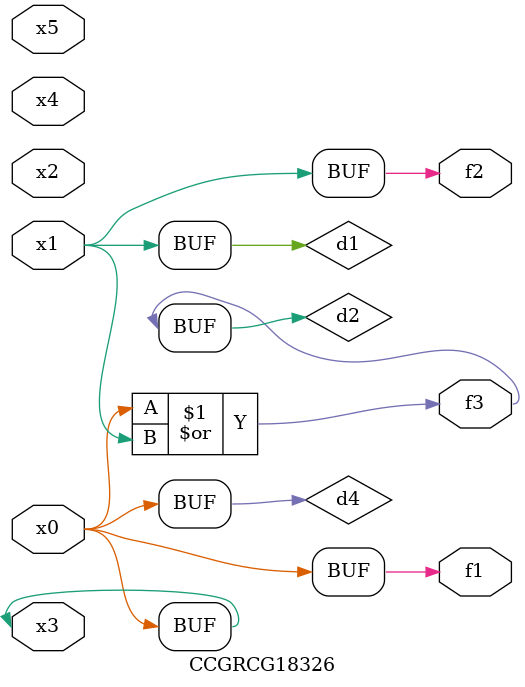
<source format=v>
module CCGRCG18326(
	input x0, x1, x2, x3, x4, x5,
	output f1, f2, f3
);

	wire d1, d2, d3, d4;

	and (d1, x1);
	or (d2, x0, x1);
	nand (d3, x0, x5);
	buf (d4, x0, x3);
	assign f1 = d4;
	assign f2 = d1;
	assign f3 = d2;
endmodule

</source>
